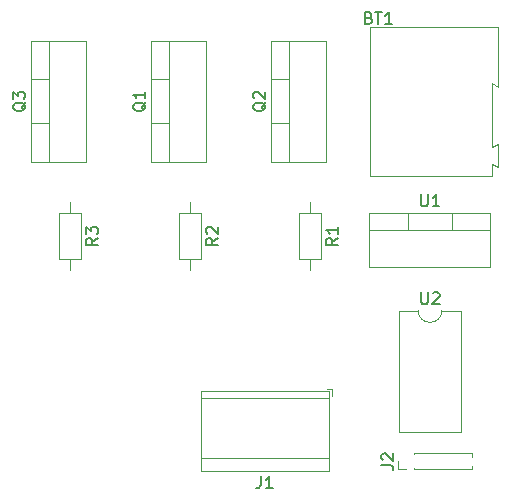
<source format=gbr>
%TF.GenerationSoftware,KiCad,Pcbnew,7.0.8*%
%TF.CreationDate,2023-11-20T18:04:14+01:00*%
%TF.ProjectId,led-controller,6c65642d-636f-46e7-9472-6f6c6c65722e,rev?*%
%TF.SameCoordinates,Original*%
%TF.FileFunction,Legend,Top*%
%TF.FilePolarity,Positive*%
%FSLAX46Y46*%
G04 Gerber Fmt 4.6, Leading zero omitted, Abs format (unit mm)*
G04 Created by KiCad (PCBNEW 7.0.8) date 2023-11-20 18:04:14*
%MOMM*%
%LPD*%
G01*
G04 APERTURE LIST*
%ADD10C,0.150000*%
%ADD11C,0.120000*%
G04 APERTURE END LIST*
D10*
X102574819Y-119713333D02*
X103289104Y-119713333D01*
X103289104Y-119713333D02*
X103431961Y-119760952D01*
X103431961Y-119760952D02*
X103527200Y-119856190D01*
X103527200Y-119856190D02*
X103574819Y-119999047D01*
X103574819Y-119999047D02*
X103574819Y-120094285D01*
X102670057Y-119284761D02*
X102622438Y-119237142D01*
X102622438Y-119237142D02*
X102574819Y-119141904D01*
X102574819Y-119141904D02*
X102574819Y-118903809D01*
X102574819Y-118903809D02*
X102622438Y-118808571D01*
X102622438Y-118808571D02*
X102670057Y-118760952D01*
X102670057Y-118760952D02*
X102765295Y-118713333D01*
X102765295Y-118713333D02*
X102860533Y-118713333D01*
X102860533Y-118713333D02*
X103003390Y-118760952D01*
X103003390Y-118760952D02*
X103574819Y-119332380D01*
X103574819Y-119332380D02*
X103574819Y-118713333D01*
X105928095Y-105084819D02*
X105928095Y-105894342D01*
X105928095Y-105894342D02*
X105975714Y-105989580D01*
X105975714Y-105989580D02*
X106023333Y-106037200D01*
X106023333Y-106037200D02*
X106118571Y-106084819D01*
X106118571Y-106084819D02*
X106309047Y-106084819D01*
X106309047Y-106084819D02*
X106404285Y-106037200D01*
X106404285Y-106037200D02*
X106451904Y-105989580D01*
X106451904Y-105989580D02*
X106499523Y-105894342D01*
X106499523Y-105894342D02*
X106499523Y-105084819D01*
X106928095Y-105180057D02*
X106975714Y-105132438D01*
X106975714Y-105132438D02*
X107070952Y-105084819D01*
X107070952Y-105084819D02*
X107309047Y-105084819D01*
X107309047Y-105084819D02*
X107404285Y-105132438D01*
X107404285Y-105132438D02*
X107451904Y-105180057D01*
X107451904Y-105180057D02*
X107499523Y-105275295D01*
X107499523Y-105275295D02*
X107499523Y-105370533D01*
X107499523Y-105370533D02*
X107451904Y-105513390D01*
X107451904Y-105513390D02*
X106880476Y-106084819D01*
X106880476Y-106084819D02*
X107499523Y-106084819D01*
X105918095Y-96784819D02*
X105918095Y-97594342D01*
X105918095Y-97594342D02*
X105965714Y-97689580D01*
X105965714Y-97689580D02*
X106013333Y-97737200D01*
X106013333Y-97737200D02*
X106108571Y-97784819D01*
X106108571Y-97784819D02*
X106299047Y-97784819D01*
X106299047Y-97784819D02*
X106394285Y-97737200D01*
X106394285Y-97737200D02*
X106441904Y-97689580D01*
X106441904Y-97689580D02*
X106489523Y-97594342D01*
X106489523Y-97594342D02*
X106489523Y-96784819D01*
X107489523Y-97784819D02*
X106918095Y-97784819D01*
X107203809Y-97784819D02*
X107203809Y-96784819D01*
X107203809Y-96784819D02*
X107108571Y-96927676D01*
X107108571Y-96927676D02*
X107013333Y-97022914D01*
X107013333Y-97022914D02*
X106918095Y-97070533D01*
X78574819Y-100496666D02*
X78098628Y-100829999D01*
X78574819Y-101068094D02*
X77574819Y-101068094D01*
X77574819Y-101068094D02*
X77574819Y-100687142D01*
X77574819Y-100687142D02*
X77622438Y-100591904D01*
X77622438Y-100591904D02*
X77670057Y-100544285D01*
X77670057Y-100544285D02*
X77765295Y-100496666D01*
X77765295Y-100496666D02*
X77908152Y-100496666D01*
X77908152Y-100496666D02*
X78003390Y-100544285D01*
X78003390Y-100544285D02*
X78051009Y-100591904D01*
X78051009Y-100591904D02*
X78098628Y-100687142D01*
X78098628Y-100687142D02*
X78098628Y-101068094D01*
X77574819Y-100163332D02*
X77574819Y-99544285D01*
X77574819Y-99544285D02*
X77955771Y-99877618D01*
X77955771Y-99877618D02*
X77955771Y-99734761D01*
X77955771Y-99734761D02*
X78003390Y-99639523D01*
X78003390Y-99639523D02*
X78051009Y-99591904D01*
X78051009Y-99591904D02*
X78146247Y-99544285D01*
X78146247Y-99544285D02*
X78384342Y-99544285D01*
X78384342Y-99544285D02*
X78479580Y-99591904D01*
X78479580Y-99591904D02*
X78527200Y-99639523D01*
X78527200Y-99639523D02*
X78574819Y-99734761D01*
X78574819Y-99734761D02*
X78574819Y-100020475D01*
X78574819Y-100020475D02*
X78527200Y-100115713D01*
X78527200Y-100115713D02*
X78479580Y-100163332D01*
X88734819Y-100496666D02*
X88258628Y-100829999D01*
X88734819Y-101068094D02*
X87734819Y-101068094D01*
X87734819Y-101068094D02*
X87734819Y-100687142D01*
X87734819Y-100687142D02*
X87782438Y-100591904D01*
X87782438Y-100591904D02*
X87830057Y-100544285D01*
X87830057Y-100544285D02*
X87925295Y-100496666D01*
X87925295Y-100496666D02*
X88068152Y-100496666D01*
X88068152Y-100496666D02*
X88163390Y-100544285D01*
X88163390Y-100544285D02*
X88211009Y-100591904D01*
X88211009Y-100591904D02*
X88258628Y-100687142D01*
X88258628Y-100687142D02*
X88258628Y-101068094D01*
X87830057Y-100115713D02*
X87782438Y-100068094D01*
X87782438Y-100068094D02*
X87734819Y-99972856D01*
X87734819Y-99972856D02*
X87734819Y-99734761D01*
X87734819Y-99734761D02*
X87782438Y-99639523D01*
X87782438Y-99639523D02*
X87830057Y-99591904D01*
X87830057Y-99591904D02*
X87925295Y-99544285D01*
X87925295Y-99544285D02*
X88020533Y-99544285D01*
X88020533Y-99544285D02*
X88163390Y-99591904D01*
X88163390Y-99591904D02*
X88734819Y-100163332D01*
X88734819Y-100163332D02*
X88734819Y-99544285D01*
X98894819Y-100496666D02*
X98418628Y-100829999D01*
X98894819Y-101068094D02*
X97894819Y-101068094D01*
X97894819Y-101068094D02*
X97894819Y-100687142D01*
X97894819Y-100687142D02*
X97942438Y-100591904D01*
X97942438Y-100591904D02*
X97990057Y-100544285D01*
X97990057Y-100544285D02*
X98085295Y-100496666D01*
X98085295Y-100496666D02*
X98228152Y-100496666D01*
X98228152Y-100496666D02*
X98323390Y-100544285D01*
X98323390Y-100544285D02*
X98371009Y-100591904D01*
X98371009Y-100591904D02*
X98418628Y-100687142D01*
X98418628Y-100687142D02*
X98418628Y-101068094D01*
X98894819Y-99544285D02*
X98894819Y-100115713D01*
X98894819Y-99829999D02*
X97894819Y-99829999D01*
X97894819Y-99829999D02*
X98037676Y-99925237D01*
X98037676Y-99925237D02*
X98132914Y-100020475D01*
X98132914Y-100020475D02*
X98180533Y-100115713D01*
X72480057Y-88995238D02*
X72432438Y-89090476D01*
X72432438Y-89090476D02*
X72337200Y-89185714D01*
X72337200Y-89185714D02*
X72194342Y-89328571D01*
X72194342Y-89328571D02*
X72146723Y-89423809D01*
X72146723Y-89423809D02*
X72146723Y-89519047D01*
X72384819Y-89471428D02*
X72337200Y-89566666D01*
X72337200Y-89566666D02*
X72241961Y-89661904D01*
X72241961Y-89661904D02*
X72051485Y-89709523D01*
X72051485Y-89709523D02*
X71718152Y-89709523D01*
X71718152Y-89709523D02*
X71527676Y-89661904D01*
X71527676Y-89661904D02*
X71432438Y-89566666D01*
X71432438Y-89566666D02*
X71384819Y-89471428D01*
X71384819Y-89471428D02*
X71384819Y-89280952D01*
X71384819Y-89280952D02*
X71432438Y-89185714D01*
X71432438Y-89185714D02*
X71527676Y-89090476D01*
X71527676Y-89090476D02*
X71718152Y-89042857D01*
X71718152Y-89042857D02*
X72051485Y-89042857D01*
X72051485Y-89042857D02*
X72241961Y-89090476D01*
X72241961Y-89090476D02*
X72337200Y-89185714D01*
X72337200Y-89185714D02*
X72384819Y-89280952D01*
X72384819Y-89280952D02*
X72384819Y-89471428D01*
X71384819Y-88709523D02*
X71384819Y-88090476D01*
X71384819Y-88090476D02*
X71765771Y-88423809D01*
X71765771Y-88423809D02*
X71765771Y-88280952D01*
X71765771Y-88280952D02*
X71813390Y-88185714D01*
X71813390Y-88185714D02*
X71861009Y-88138095D01*
X71861009Y-88138095D02*
X71956247Y-88090476D01*
X71956247Y-88090476D02*
X72194342Y-88090476D01*
X72194342Y-88090476D02*
X72289580Y-88138095D01*
X72289580Y-88138095D02*
X72337200Y-88185714D01*
X72337200Y-88185714D02*
X72384819Y-88280952D01*
X72384819Y-88280952D02*
X72384819Y-88566666D01*
X72384819Y-88566666D02*
X72337200Y-88661904D01*
X72337200Y-88661904D02*
X72289580Y-88709523D01*
X92800057Y-88995238D02*
X92752438Y-89090476D01*
X92752438Y-89090476D02*
X92657200Y-89185714D01*
X92657200Y-89185714D02*
X92514342Y-89328571D01*
X92514342Y-89328571D02*
X92466723Y-89423809D01*
X92466723Y-89423809D02*
X92466723Y-89519047D01*
X92704819Y-89471428D02*
X92657200Y-89566666D01*
X92657200Y-89566666D02*
X92561961Y-89661904D01*
X92561961Y-89661904D02*
X92371485Y-89709523D01*
X92371485Y-89709523D02*
X92038152Y-89709523D01*
X92038152Y-89709523D02*
X91847676Y-89661904D01*
X91847676Y-89661904D02*
X91752438Y-89566666D01*
X91752438Y-89566666D02*
X91704819Y-89471428D01*
X91704819Y-89471428D02*
X91704819Y-89280952D01*
X91704819Y-89280952D02*
X91752438Y-89185714D01*
X91752438Y-89185714D02*
X91847676Y-89090476D01*
X91847676Y-89090476D02*
X92038152Y-89042857D01*
X92038152Y-89042857D02*
X92371485Y-89042857D01*
X92371485Y-89042857D02*
X92561961Y-89090476D01*
X92561961Y-89090476D02*
X92657200Y-89185714D01*
X92657200Y-89185714D02*
X92704819Y-89280952D01*
X92704819Y-89280952D02*
X92704819Y-89471428D01*
X91800057Y-88661904D02*
X91752438Y-88614285D01*
X91752438Y-88614285D02*
X91704819Y-88519047D01*
X91704819Y-88519047D02*
X91704819Y-88280952D01*
X91704819Y-88280952D02*
X91752438Y-88185714D01*
X91752438Y-88185714D02*
X91800057Y-88138095D01*
X91800057Y-88138095D02*
X91895295Y-88090476D01*
X91895295Y-88090476D02*
X91990533Y-88090476D01*
X91990533Y-88090476D02*
X92133390Y-88138095D01*
X92133390Y-88138095D02*
X92704819Y-88709523D01*
X92704819Y-88709523D02*
X92704819Y-88090476D01*
X82640057Y-88995238D02*
X82592438Y-89090476D01*
X82592438Y-89090476D02*
X82497200Y-89185714D01*
X82497200Y-89185714D02*
X82354342Y-89328571D01*
X82354342Y-89328571D02*
X82306723Y-89423809D01*
X82306723Y-89423809D02*
X82306723Y-89519047D01*
X82544819Y-89471428D02*
X82497200Y-89566666D01*
X82497200Y-89566666D02*
X82401961Y-89661904D01*
X82401961Y-89661904D02*
X82211485Y-89709523D01*
X82211485Y-89709523D02*
X81878152Y-89709523D01*
X81878152Y-89709523D02*
X81687676Y-89661904D01*
X81687676Y-89661904D02*
X81592438Y-89566666D01*
X81592438Y-89566666D02*
X81544819Y-89471428D01*
X81544819Y-89471428D02*
X81544819Y-89280952D01*
X81544819Y-89280952D02*
X81592438Y-89185714D01*
X81592438Y-89185714D02*
X81687676Y-89090476D01*
X81687676Y-89090476D02*
X81878152Y-89042857D01*
X81878152Y-89042857D02*
X82211485Y-89042857D01*
X82211485Y-89042857D02*
X82401961Y-89090476D01*
X82401961Y-89090476D02*
X82497200Y-89185714D01*
X82497200Y-89185714D02*
X82544819Y-89280952D01*
X82544819Y-89280952D02*
X82544819Y-89471428D01*
X82544819Y-88090476D02*
X82544819Y-88661904D01*
X82544819Y-88376190D02*
X81544819Y-88376190D01*
X81544819Y-88376190D02*
X81687676Y-88471428D01*
X81687676Y-88471428D02*
X81782914Y-88566666D01*
X81782914Y-88566666D02*
X81830533Y-88661904D01*
X92376666Y-120664819D02*
X92376666Y-121379104D01*
X92376666Y-121379104D02*
X92329047Y-121521961D01*
X92329047Y-121521961D02*
X92233809Y-121617200D01*
X92233809Y-121617200D02*
X92090952Y-121664819D01*
X92090952Y-121664819D02*
X91995714Y-121664819D01*
X93376666Y-121664819D02*
X92805238Y-121664819D01*
X93090952Y-121664819D02*
X93090952Y-120664819D01*
X93090952Y-120664819D02*
X92995714Y-120807676D01*
X92995714Y-120807676D02*
X92900476Y-120902914D01*
X92900476Y-120902914D02*
X92805238Y-120950533D01*
X101514285Y-81841009D02*
X101657142Y-81888628D01*
X101657142Y-81888628D02*
X101704761Y-81936247D01*
X101704761Y-81936247D02*
X101752380Y-82031485D01*
X101752380Y-82031485D02*
X101752380Y-82174342D01*
X101752380Y-82174342D02*
X101704761Y-82269580D01*
X101704761Y-82269580D02*
X101657142Y-82317200D01*
X101657142Y-82317200D02*
X101561904Y-82364819D01*
X101561904Y-82364819D02*
X101180952Y-82364819D01*
X101180952Y-82364819D02*
X101180952Y-81364819D01*
X101180952Y-81364819D02*
X101514285Y-81364819D01*
X101514285Y-81364819D02*
X101609523Y-81412438D01*
X101609523Y-81412438D02*
X101657142Y-81460057D01*
X101657142Y-81460057D02*
X101704761Y-81555295D01*
X101704761Y-81555295D02*
X101704761Y-81650533D01*
X101704761Y-81650533D02*
X101657142Y-81745771D01*
X101657142Y-81745771D02*
X101609523Y-81793390D01*
X101609523Y-81793390D02*
X101514285Y-81841009D01*
X101514285Y-81841009D02*
X101180952Y-81841009D01*
X102038095Y-81364819D02*
X102609523Y-81364819D01*
X102323809Y-82364819D02*
X102323809Y-81364819D01*
X103466666Y-82364819D02*
X102895238Y-82364819D01*
X103180952Y-82364819D02*
X103180952Y-81364819D01*
X103180952Y-81364819D02*
X103085714Y-81507676D01*
X103085714Y-81507676D02*
X102990476Y-81602914D01*
X102990476Y-81602914D02*
X102895238Y-81650533D01*
D11*
%TO.C,J2*%
X105365000Y-118771724D02*
X105365000Y-118685000D01*
X103995000Y-120075000D02*
X103995000Y-119380000D01*
X104680000Y-120075000D02*
X103995000Y-120075000D01*
X110240000Y-120075000D02*
X110240000Y-119774493D01*
X105365000Y-118685000D02*
X110240000Y-118685000D01*
X105365000Y-120075000D02*
X110240000Y-120075000D01*
X110240000Y-118985507D02*
X110240000Y-118685000D01*
X105365000Y-120075000D02*
X105365000Y-119988276D01*
%TO.C,U2*%
X109340000Y-106630000D02*
X107690000Y-106630000D01*
X104040000Y-106630000D02*
X104040000Y-116910000D01*
X109340000Y-116910000D02*
X109340000Y-106630000D01*
X105690000Y-106630000D02*
X104040000Y-106630000D01*
X104040000Y-116910000D02*
X109340000Y-116910000D01*
X105690000Y-106630000D02*
G75*
G03*
X107690000Y-106630000I1000000J0D01*
G01*
%TO.C,U1*%
X101560000Y-98330000D02*
X111800000Y-98330000D01*
X104830000Y-98330000D02*
X104830000Y-99840000D01*
X108531000Y-98330000D02*
X108531000Y-99840000D01*
X101560000Y-98330000D02*
X101560000Y-102971000D01*
X101560000Y-102971000D02*
X111800000Y-102971000D01*
X111800000Y-98330000D02*
X111800000Y-102971000D01*
X101560000Y-99840000D02*
X111800000Y-99840000D01*
%TO.C,R3*%
X75280000Y-102250000D02*
X77120000Y-102250000D01*
X77120000Y-102250000D02*
X77120000Y-98410000D01*
X75280000Y-98410000D02*
X75280000Y-102250000D01*
X76200000Y-103200000D02*
X76200000Y-102250000D01*
X77120000Y-98410000D02*
X75280000Y-98410000D01*
X76200000Y-97460000D02*
X76200000Y-98410000D01*
%TO.C,R2*%
X85440000Y-102250000D02*
X87280000Y-102250000D01*
X87280000Y-102250000D02*
X87280000Y-98410000D01*
X85440000Y-98410000D02*
X85440000Y-102250000D01*
X86360000Y-103200000D02*
X86360000Y-102250000D01*
X87280000Y-98410000D02*
X85440000Y-98410000D01*
X86360000Y-97460000D02*
X86360000Y-98410000D01*
%TO.C,R1*%
X95600000Y-102250000D02*
X97440000Y-102250000D01*
X97440000Y-102250000D02*
X97440000Y-98410000D01*
X95600000Y-98410000D02*
X95600000Y-102250000D01*
X96520000Y-103200000D02*
X96520000Y-102250000D01*
X97440000Y-98410000D02*
X95600000Y-98410000D01*
X96520000Y-97460000D02*
X96520000Y-98410000D01*
%TO.C,Q3*%
X72930000Y-94020000D02*
X72930000Y-83780000D01*
X72930000Y-90750000D02*
X74440000Y-90750000D01*
X72930000Y-87049000D02*
X74440000Y-87049000D01*
X72930000Y-94020000D02*
X77571000Y-94020000D01*
X77571000Y-94020000D02*
X77571000Y-83780000D01*
X72930000Y-83780000D02*
X77571000Y-83780000D01*
X74440000Y-94020000D02*
X74440000Y-83780000D01*
%TO.C,Q2*%
X94760000Y-94020000D02*
X94760000Y-83780000D01*
X93250000Y-83780000D02*
X97891000Y-83780000D01*
X97891000Y-94020000D02*
X97891000Y-83780000D01*
X93250000Y-94020000D02*
X97891000Y-94020000D01*
X93250000Y-87049000D02*
X94760000Y-87049000D01*
X93250000Y-90750000D02*
X94760000Y-90750000D01*
X93250000Y-94020000D02*
X93250000Y-83780000D01*
%TO.C,Q1*%
X84600000Y-94020000D02*
X84600000Y-83780000D01*
X83090000Y-83780000D02*
X87731000Y-83780000D01*
X87731000Y-94020000D02*
X87731000Y-83780000D01*
X83090000Y-94020000D02*
X87731000Y-94020000D01*
X83090000Y-87049000D02*
X84600000Y-87049000D01*
X83090000Y-90750000D02*
X84600000Y-90750000D01*
X83090000Y-94020000D02*
X83090000Y-83780000D01*
%TO.C,J1*%
X98380000Y-113230000D02*
X97980000Y-113230000D01*
X98140000Y-113990000D02*
X87279000Y-113990000D01*
X98380000Y-113870000D02*
X98380000Y-113230000D01*
X87279000Y-120210000D02*
X87279000Y-113470000D01*
X98140000Y-120210000D02*
X98140000Y-113470000D01*
X98140000Y-113470000D02*
X87279000Y-113470000D01*
X98140000Y-119090000D02*
X87279000Y-119090000D01*
X98140000Y-120210000D02*
X87279000Y-120210000D01*
%TO.C,BT1*%
X112420000Y-94500000D02*
X112420000Y-92600000D01*
X111920000Y-95200000D02*
X111920000Y-94250000D01*
X111920000Y-87400000D02*
X112420000Y-87700000D01*
X111920000Y-94250000D02*
X112420000Y-94500000D01*
X111920000Y-92800000D02*
X111920000Y-87400000D01*
X101570000Y-82600000D02*
X101570000Y-95200000D01*
X112420000Y-82600000D02*
X101570000Y-82600000D01*
X112420000Y-87700000D02*
X112420000Y-82600000D01*
X112420000Y-92600000D02*
X112420000Y-92550000D01*
X101570000Y-95200000D02*
X111920000Y-95200000D01*
X112420000Y-92550000D02*
X111920000Y-92800000D01*
%TD*%
M02*

</source>
